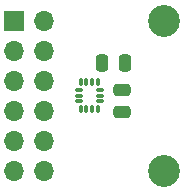
<source format=gbr>
%TF.GenerationSoftware,KiCad,Pcbnew,8.0.6-1.fc39*%
%TF.CreationDate,2024-10-31T14:54:44-07:00*%
%TF.ProjectId,IIS3DWB_eval,49495333-4457-4425-9f65-76616c2e6b69,rev?*%
%TF.SameCoordinates,Original*%
%TF.FileFunction,Soldermask,Top*%
%TF.FilePolarity,Negative*%
%FSLAX46Y46*%
G04 Gerber Fmt 4.6, Leading zero omitted, Abs format (unit mm)*
G04 Created by KiCad (PCBNEW 8.0.6-1.fc39) date 2024-10-31 14:54:44*
%MOMM*%
%LPD*%
G01*
G04 APERTURE LIST*
G04 Aperture macros list*
%AMRoundRect*
0 Rectangle with rounded corners*
0 $1 Rounding radius*
0 $2 $3 $4 $5 $6 $7 $8 $9 X,Y pos of 4 corners*
0 Add a 4 corners polygon primitive as box body*
4,1,4,$2,$3,$4,$5,$6,$7,$8,$9,$2,$3,0*
0 Add four circle primitives for the rounded corners*
1,1,$1+$1,$2,$3*
1,1,$1+$1,$4,$5*
1,1,$1+$1,$6,$7*
1,1,$1+$1,$8,$9*
0 Add four rect primitives between the rounded corners*
20,1,$1+$1,$2,$3,$4,$5,0*
20,1,$1+$1,$4,$5,$6,$7,0*
20,1,$1+$1,$6,$7,$8,$9,0*
20,1,$1+$1,$8,$9,$2,$3,0*%
G04 Aperture macros list end*
%ADD10C,2.700000*%
%ADD11RoundRect,0.087500X0.087500X-0.225000X0.087500X0.225000X-0.087500X0.225000X-0.087500X-0.225000X0*%
%ADD12RoundRect,0.087500X0.225000X-0.087500X0.225000X0.087500X-0.225000X0.087500X-0.225000X-0.087500X0*%
%ADD13RoundRect,0.250000X0.475000X-0.250000X0.475000X0.250000X-0.475000X0.250000X-0.475000X-0.250000X0*%
%ADD14RoundRect,0.250000X-0.250000X-0.475000X0.250000X-0.475000X0.250000X0.475000X-0.250000X0.475000X0*%
%ADD15R,1.700000X1.700000*%
%ADD16O,1.700000X1.700000*%
G04 APERTURE END LIST*
D10*
%TO.C,H2*%
X160020000Y-101600000D03*
%TD*%
%TO.C,H1*%
X160020000Y-88900000D03*
%TD*%
D11*
%TO.C,U1*%
X152920000Y-96412500D03*
X153420000Y-96412500D03*
X153920000Y-96412500D03*
X154420000Y-96412500D03*
D12*
X154582500Y-95750000D03*
X154582500Y-95250000D03*
X154582500Y-94750000D03*
D11*
X154420000Y-94087500D03*
X153920000Y-94087500D03*
X153420000Y-94087500D03*
X152920000Y-94087500D03*
D12*
X152757500Y-94750000D03*
X152757500Y-95250000D03*
X152757500Y-95750000D03*
%TD*%
D13*
%TO.C,C2*%
X156464000Y-96642000D03*
X156464000Y-94742000D03*
%TD*%
D14*
%TO.C,C1*%
X154752000Y-92456000D03*
X156652000Y-92456000D03*
%TD*%
D15*
%TO.C,J1*%
X147320000Y-88900000D03*
D16*
X149860000Y-88900000D03*
X147320000Y-91440000D03*
X149860000Y-91440000D03*
X147320000Y-93980000D03*
X149860000Y-93980000D03*
X147320000Y-96520000D03*
X149860000Y-96520000D03*
X147320000Y-99060000D03*
X149860000Y-99060000D03*
X147320000Y-101600000D03*
X149860000Y-101600000D03*
%TD*%
M02*

</source>
